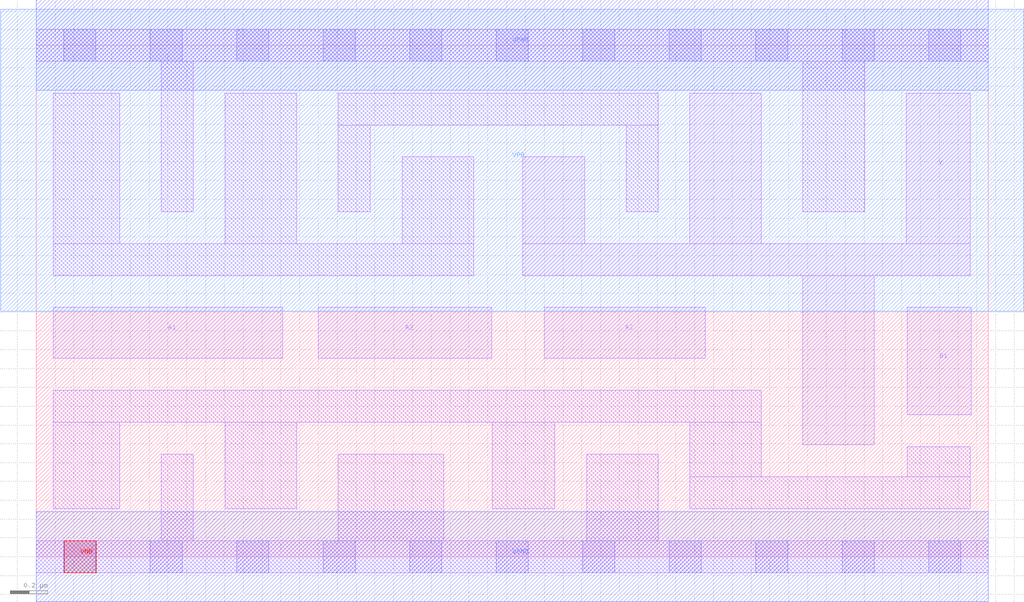
<source format=lef>
# Copyright 2020 The SkyWater PDK Authors
#
# Licensed under the Apache License, Version 2.0 (the "License");
# you may not use this file except in compliance with the License.
# You may obtain a copy of the License at
#
#     https://www.apache.org/licenses/LICENSE-2.0
#
# Unless required by applicable law or agreed to in writing, software
# distributed under the License is distributed on an "AS IS" BASIS,
# WITHOUT WARRANTIES OR CONDITIONS OF ANY KIND, either express or implied.
# See the License for the specific language governing permissions and
# limitations under the License.
#
# SPDX-License-Identifier: Apache-2.0

VERSION 5.7 ;
  NOWIREEXTENSIONATPIN ON ;
  DIVIDERCHAR "/" ;
  BUSBITCHARS "[]" ;
PROPERTYDEFINITIONS
  MACRO maskLayoutSubType STRING ;
  MACRO prCellType STRING ;
  MACRO originalViewName STRING ;
END PROPERTYDEFINITIONS
MACRO sky130_fd_sc_hdll__o31ai_2
  CLASS CORE ;
  FOREIGN sky130_fd_sc_hdll__o31ai_2 ;
  ORIGIN  0.000000  0.000000 ;
  SIZE  5.060000 BY  2.720000 ;
  SYMMETRY X Y R90 ;
  SITE unithd ;
  PIN A1
    ANTENNAGATEAREA  0.555000 ;
    DIRECTION INPUT ;
    USE SIGNAL ;
    PORT
      LAYER li1 ;
        RECT 0.090000 1.055000 1.310000 1.325000 ;
    END
  END A1
  PIN A2
    ANTENNAGATEAREA  0.555000 ;
    DIRECTION INPUT ;
    USE SIGNAL ;
    PORT
      LAYER li1 ;
        RECT 1.500000 1.055000 2.420000 1.325000 ;
    END
  END A2
  PIN A3
    ANTENNAGATEAREA  0.555000 ;
    DIRECTION INPUT ;
    USE SIGNAL ;
    PORT
      LAYER li1 ;
        RECT 2.700000 1.055000 3.555000 1.325000 ;
    END
  END A3
  PIN B1
    ANTENNAGATEAREA  0.555000 ;
    DIRECTION INPUT ;
    USE SIGNAL ;
    PORT
      LAYER li1 ;
        RECT 4.630000 0.755000 4.970000 1.325000 ;
    END
  END B1
  PIN Y
    ANTENNADIFFAREA  1.136000 ;
    DIRECTION OUTPUT ;
    USE SIGNAL ;
    PORT
      LAYER li1 ;
        RECT 2.585000 1.495000 4.965000 1.665000 ;
        RECT 2.585000 1.665000 2.915000 2.125000 ;
        RECT 3.475000 1.665000 3.855000 2.465000 ;
        RECT 4.075000 0.595000 4.455000 1.495000 ;
        RECT 4.625000 1.665000 4.965000 2.465000 ;
    END
  END Y
  PIN VGND
    DIRECTION INOUT ;
    USE GROUND ;
    PORT
      LAYER met1 ;
        RECT 0.000000 -0.240000 5.060000 0.240000 ;
    END
  END VGND
  PIN VNB
    DIRECTION INOUT ;
    USE GROUND ;
    PORT
      LAYER pwell ;
        RECT 0.150000 -0.085000 0.320000 0.085000 ;
    END
  END VNB
  PIN VPB
    DIRECTION INOUT ;
    USE POWER ;
    PORT
      LAYER nwell ;
        RECT -0.190000 1.305000 5.250000 2.910000 ;
    END
  END VPB
  PIN VPWR
    DIRECTION INOUT ;
    USE POWER ;
    PORT
      LAYER met1 ;
        RECT 0.000000 2.480000 5.060000 2.960000 ;
    END
  END VPWR
  OBS
    LAYER li1 ;
      RECT 0.000000 -0.085000 5.060000 0.085000 ;
      RECT 0.000000  2.635000 5.060000 2.805000 ;
      RECT 0.090000  0.255000 0.445000 0.715000 ;
      RECT 0.090000  0.715000 3.855000 0.885000 ;
      RECT 0.090000  1.495000 2.325000 1.665000 ;
      RECT 0.090000  1.665000 0.445000 2.465000 ;
      RECT 0.665000  0.085000 0.835000 0.545000 ;
      RECT 0.665000  1.835000 0.835000 2.635000 ;
      RECT 1.005000  0.255000 1.385000 0.715000 ;
      RECT 1.005000  1.665000 1.385000 2.465000 ;
      RECT 1.605000  0.085000 2.165000 0.545000 ;
      RECT 1.605000  1.835000 1.775000 2.295000 ;
      RECT 1.605000  2.295000 3.305000 2.465000 ;
      RECT 1.945000  1.665000 2.325000 2.125000 ;
      RECT 2.425000  0.255000 2.755000 0.715000 ;
      RECT 2.925000  0.085000 3.305000 0.545000 ;
      RECT 3.135000  1.835000 3.305000 2.295000 ;
      RECT 3.475000  0.255000 4.965000 0.425000 ;
      RECT 3.475000  0.425000 3.855000 0.715000 ;
      RECT 4.075000  1.835000 4.405000 2.635000 ;
      RECT 4.630000  0.425000 4.965000 0.585000 ;
    LAYER mcon ;
      RECT 0.145000 -0.085000 0.315000 0.085000 ;
      RECT 0.145000  2.635000 0.315000 2.805000 ;
      RECT 0.605000 -0.085000 0.775000 0.085000 ;
      RECT 0.605000  2.635000 0.775000 2.805000 ;
      RECT 1.065000 -0.085000 1.235000 0.085000 ;
      RECT 1.065000  2.635000 1.235000 2.805000 ;
      RECT 1.525000 -0.085000 1.695000 0.085000 ;
      RECT 1.525000  2.635000 1.695000 2.805000 ;
      RECT 1.985000 -0.085000 2.155000 0.085000 ;
      RECT 1.985000  2.635000 2.155000 2.805000 ;
      RECT 2.445000 -0.085000 2.615000 0.085000 ;
      RECT 2.445000  2.635000 2.615000 2.805000 ;
      RECT 2.905000 -0.085000 3.075000 0.085000 ;
      RECT 2.905000  2.635000 3.075000 2.805000 ;
      RECT 3.365000 -0.085000 3.535000 0.085000 ;
      RECT 3.365000  2.635000 3.535000 2.805000 ;
      RECT 3.825000 -0.085000 3.995000 0.085000 ;
      RECT 3.825000  2.635000 3.995000 2.805000 ;
      RECT 4.285000 -0.085000 4.455000 0.085000 ;
      RECT 4.285000  2.635000 4.455000 2.805000 ;
      RECT 4.745000 -0.085000 4.915000 0.085000 ;
      RECT 4.745000  2.635000 4.915000 2.805000 ;
  END
  PROPERTY maskLayoutSubType "abstract" ;
  PROPERTY prCellType "standard" ;
  PROPERTY originalViewName "layout" ;
END sky130_fd_sc_hdll__o31ai_2
END LIBRARY

</source>
